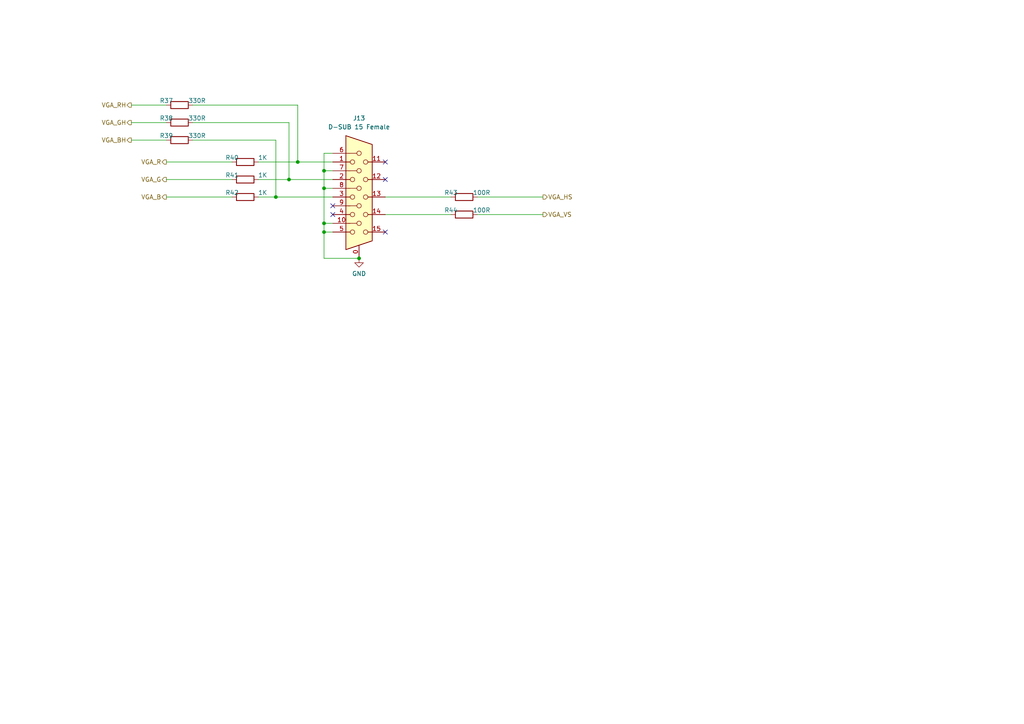
<source format=kicad_sch>
(kicad_sch (version 20250114) (generator "eeschema") (generator_version "9.0")
  (paper "A4")
  (title_block (title "FRANK M1") (date "2025-03-26") (rev "1.16") (company "Mikhail Matveev") (comment 1 "https://github.com/xtremespb/frank"))
  (lib_symbols
    (symbol "Device:R" (pin_numbers (hide yes)) (pin_names (offset 0))
      (property "Reference" "R" (at 2.032 0 90))
      (property "Value" "R" (at 0 0 90))
      (symbol "R_0_1"
        (rectangle (start -1.016 -2.54) (end 1.016 2.54) (stroke (width 0.254)))
      )
      (symbol "R_1_1"
        (pin passive line (at 0 3.81 270) (length 1.27) (name "~") (number "1"))
        (pin passive line (at 0 -3.81 90) (length 1.27) (name "~") (number "2"))
      )
    )
    (symbol "FRANK:VGA" (pin_names (offset 1.016) (hide yes))
      (property "Reference" "VGA1" (at 0 22.86 0))
      (property "Value" "VGA" (at 0 20.32 0))
      (symbol "VGA_0_1"
        (polyline (pts (xy -3.81 17.78) (xy -3.81 -15.24) (xy 3.81 -12.7) (xy 3.81 15.24) (xy -3.81 17.78)) (stroke (width 0.254)) (fill (type background)))
        (polyline (pts (xy -3.175 7.62) (xy -0.635 7.62)))
        (circle (center -1.905 10.16) (radius 0.635))
        (circle (center -1.905 5.08) (radius 0.635))
        (circle (center -1.905 0) (radius 0.635))
        (circle (center -1.905 -5.08) (radius 0.635))
        (circle (center -1.905 -10.16) (radius 0.635))
        (polyline (pts (xy -0.635 12.7) (xy -3.175 12.7)))
        (polyline (pts (xy -0.635 2.54) (xy -3.175 2.54)))
        (polyline (pts (xy -0.635 -2.54) (xy -3.175 -2.54)))
        (polyline (pts (xy -0.635 -7.62) (xy -3.175 -7.62)))
        (circle (center 0 12.7) (radius 0.635))
        (circle (center 0 7.62) (radius 0.635))
        (circle (center 0 2.54) (radius 0.635))
        (circle (center 0 -2.54) (radius 0.635))
        (circle (center 0 -7.62) (radius 0.635))
        (circle (center 1.905 10.16) (radius 0.635))
        (circle (center 1.905 5.08) (radius 0.635))
        (circle (center 1.905 0) (radius 0.635))
        (circle (center 1.905 -5.08) (radius 0.635))
        (circle (center 1.905 -10.16) (radius 0.635))
      )
      (symbol "VGA_1_1"
        (pin passive line (at -7.62 12.7 0) (length 5.08) (name "~") (number "6"))
        (pin passive line (at -7.62 10.16 0) (length 5.08) (name "~") (number "1"))
        (pin passive line (at -7.62 7.62 0) (length 5.08) (name "~") (number "7"))
        (pin passive line (at -7.62 5.08 0) (length 5.08) (name "~") (number "2"))
        (pin passive line (at -7.62 2.54 0) (length 5.08) (name "~") (number "8"))
        (pin passive line (at -7.62 0 0) (length 5.08) (name "~") (number "3"))
        (pin passive line (at -7.62 -2.54 0) (length 5.08) (name "~") (number "9"))
        (pin passive line (at -7.62 -5.08 0) (length 5.08) (name "~") (number "4"))
        (pin passive line (at -7.62 -7.62 0) (length 5.08) (name "~") (number "10"))
        (pin passive line (at -7.62 -10.16 0) (length 5.08) (name "~") (number "5"))
        (pin passive line (at 0 -17.78 90) (length 3.81) (name "~") (number "0"))
        (pin passive line (at 7.62 10.16 180) (length 5.08) (name "~") (number "11"))
        (pin passive line (at 7.62 5.08 180) (length 5.08) (name "~") (number "12"))
        (pin passive line (at 7.62 0 180) (length 5.08) (name "~") (number "13"))
        (pin passive line (at 7.62 -5.08 180) (length 5.08) (name "~") (number "14"))
        (pin passive line (at 7.62 -10.16 180) (length 5.08) (name "~") (number "15"))
      )
    )
    (symbol "power:GND" (power) (pin_numbers (hide yes)) (pin_names (offset 0) (hide yes))
      (property "Value" "GND" (at 0 -3.81 0))
      (symbol "GND_0_1"
        (polyline (pts (xy 0 0) (xy 0 -1.27) (xy 1.27 -1.27) (xy 0 -2.54) (xy -1.27 -1.27) (xy 0 -1.27)))
      )
      (symbol "GND_1_1"
        (pin power_in line (at 0 0 270) (length 0) (name "~") (number "1"))
      )
    )
  )
  (junction (at 83.82 52.07))
  (junction (at 104.14 74.93))
  (junction (at 93.98 54.61))
  (junction (at 93.98 64.77))
  (junction (at 93.98 49.53))
  (junction (at 86.36 46.99))
  (junction (at 93.98 67.31))
  (junction (at 80.01 57.15))
  (no_connect (at 96.52 62.23))
  (no_connect (at 111.76 46.99))
  (no_connect (at 111.76 52.07))
  (no_connect (at 96.52 59.69))
  (no_connect (at 111.76 67.31))
  (wire (pts (xy 111.76 57.15) (xy 130.81 57.15)))
  (wire (pts (xy 104.14 74.93) (xy 93.98 74.93)))
  (wire (pts (xy 48.26 57.15) (xy 67.31 57.15)))
  (wire (pts (xy 55.88 35.56) (xy 83.82 35.56)))
  (wire (pts (xy 48.26 52.07) (xy 67.31 52.07)))
  (wire (pts (xy 111.76 62.23) (xy 130.81 62.23)))
  (wire (pts (xy 38.1 40.64) (xy 48.26 40.64)))
  (wire (pts (xy 83.82 35.56) (xy 83.82 52.07)))
  (wire (pts (xy 93.98 64.77) (xy 93.98 54.61)))
  (wire (pts (xy 93.98 74.93) (xy 93.98 67.31)))
  (wire (pts (xy 74.93 52.07) (xy 83.82 52.07)))
  (wire (pts (xy 93.98 54.61) (xy 96.52 54.61)))
  (wire (pts (xy 138.43 57.15) (xy 157.48 57.15)))
  (wire (pts (xy 93.98 67.31) (xy 96.52 67.31)))
  (wire (pts (xy 74.93 46.99) (xy 86.36 46.99)))
  (wire (pts (xy 93.98 67.31) (xy 93.98 64.77)))
  (wire (pts (xy 74.93 57.15) (xy 80.01 57.15)))
  (wire (pts (xy 93.98 49.53) (xy 96.52 49.53)))
  (wire (pts (xy 55.88 40.64) (xy 80.01 40.64)))
  (wire (pts (xy 80.01 57.15) (xy 96.52 57.15)))
  (wire (pts (xy 48.26 46.99) (xy 67.31 46.99)))
  (wire (pts (xy 55.88 30.48) (xy 86.36 30.48)))
  (wire (pts (xy 93.98 64.77) (xy 96.52 64.77)))
  (wire (pts (xy 93.98 49.53) (xy 93.98 44.45)))
  (wire (pts (xy 93.98 54.61) (xy 93.98 49.53)))
  (wire (pts (xy 93.98 44.45) (xy 96.52 44.45)))
  (wire (pts (xy 86.36 30.48) (xy 86.36 46.99)))
  (wire (pts (xy 86.36 46.99) (xy 96.52 46.99)))
  (wire (pts (xy 38.1 35.56) (xy 48.26 35.56)))
  (wire (pts (xy 83.82 52.07) (xy 96.52 52.07)))
  (wire (pts (xy 138.43 62.23) (xy 157.48 62.23)))
  (wire (pts (xy 80.01 40.64) (xy 80.01 57.15)))
  (wire (pts (xy 38.1 30.48) (xy 48.26 30.48)))
  (hierarchical_label "VGA_RH" (shape output) (at 38.1 30.48 180))
  (hierarchical_label "VGA_GH" (shape output) (at 38.1 35.56 180))
  (hierarchical_label "VGA_BH" (shape output) (at 38.1 40.64 180))
  (hierarchical_label "VGA_R" (shape output) (at 48.26 46.99 180))
  (hierarchical_label "VGA_B" (shape output) (at 48.26 57.15 180))
  (hierarchical_label "VGA_HS" (shape output) (at 157.48 57.15 0))
  (hierarchical_label "VGA_G" (shape output) (at 48.26 52.07 180))
  (hierarchical_label "VGA_VS" (shape output) (at 157.48 62.23 0))
  (symbol (lib_id "Device:R") (at 52.07 40.64 90) (unit 1)
    (property "Reference" "R39" (at 48.26 39.37 90))
    (property "Value" "330R" (at 57.15 39.37 90))
    (property "Footprint" "FRANK:Resistor (0805)" (effects (hide yes)))
    (property "Datasheet" "https://www.vishay.com/docs/28952/mcs0402at-mct0603at-mcu0805at-mca1206at.pdf" (effects (hide yes)))
    (property "AliExpress" "https://www.aliexpress.com/item/1005005945735199.html" (effects (hide yes)))
  )
  (symbol (lib_id "Device:R") (at 134.62 62.23 90) (unit 1)
    (property "Reference" "R44" (at 130.81 60.96 90))
    (property "Value" "100R" (at 139.7 60.96 90))
    (property "Footprint" "FRANK:Resistor (0805)" (effects (hide yes)))
    (property "Datasheet" "https://www.vishay.com/docs/28952/mcs0402at-mct0603at-mcu0805at-mca1206at.pdf" (effects (hide yes)))
    (property "AliExpress" "https://www.aliexpress.com/item/1005005945735199.html" (effects (hide yes)))
  )
  (symbol (lib_id "FRANK:VGA") (at 104.14 57.15 0) (unit 1)
    (property "Reference" "J13" (at 104.14 34.29 0))
    (property "Value" "D-SUB 15 Female" (at 104.14 36.83 0))
    (property "Footprint" "FRANK:D-SUB (15 pin, female)" (effects (hide yes)))
    (property "Datasheet" "https://gr.mouser.com/datasheet/2/418/8/ENG_CD_2301844_H-2497630.pdf" (effects (hide yes)))
    (property "AliExpress" "https://www.aliexpress.com/item/32842951548.html" (effects (hide yes)))
  )
  (symbol (lib_id "Device:R") (at 71.12 52.07 90) (unit 1)
    (property "Reference" "R41" (at 67.31 50.8 90))
    (property "Value" "1K" (at 76.2 50.8 90))
    (property "Footprint" "FRANK:Resistor (0805)" (effects (hide yes)))
    (property "Datasheet" "https://www.vishay.com/docs/28952/mcs0402at-mct0603at-mcu0805at-mca1206at.pdf" (effects (hide yes)))
    (property "AliExpress" "https://www.aliexpress.com/item/1005005945735199.html" (effects (hide yes)))
  )
  (symbol (lib_id "power:GND") (at 104.14 74.93 0) (unit 1)
    (property "Reference" "#PWR072" (effects (hide yes)))
    (property "Value" "GND" (at 104.14 79.3734 0))
    (property "Description" "Power symbol creates a global label with name \"GND\" , ground" (effects (hide yes)))
  )
  (symbol (lib_id "Device:R") (at 71.12 46.99 90) (unit 1)
    (property "Reference" "R40" (at 67.31 45.72 90))
    (property "Value" "1K" (at 76.2 45.72 90))
    (property "Footprint" "FRANK:Resistor (0805)" (effects (hide yes)))
    (property "Datasheet" "https://www.vishay.com/docs/28952/mcs0402at-mct0603at-mcu0805at-mca1206at.pdf" (effects (hide yes)))
    (property "AliExpress" "https://www.aliexpress.com/item/1005005945735199.html" (effects (hide yes)))
  )
  (symbol (lib_id "Device:R") (at 134.62 57.15 90) (unit 1)
    (property "Reference" "R43" (at 130.81 55.88 90))
    (property "Value" "100R" (at 139.7 55.88 90))
    (property "Footprint" "FRANK:Resistor (0805)" (effects (hide yes)))
    (property "Datasheet" "https://www.vishay.com/docs/28952/mcs0402at-mct0603at-mcu0805at-mca1206at.pdf" (effects (hide yes)))
    (property "AliExpress" "https://www.aliexpress.com/item/1005005945735199.html" (effects (hide yes)))
  )
  (symbol (lib_id "Device:R") (at 52.07 35.56 90) (unit 1)
    (property "Reference" "R38" (at 48.26 34.29 90))
    (property "Value" "330R" (at 57.15 34.29 90))
    (property "Footprint" "FRANK:Resistor (0805)" (effects (hide yes)))
    (property "Datasheet" "https://www.vishay.com/docs/28952/mcs0402at-mct0603at-mcu0805at-mca1206at.pdf" (effects (hide yes)))
    (property "AliExpress" "https://www.aliexpress.com/item/1005005945735199.html" (effects (hide yes)))
  )
  (symbol (lib_id "Device:R") (at 52.07 30.48 90) (unit 1)
    (property "Reference" "R37" (at 48.26 29.21 90))
    (property "Value" "330R" (at 57.15 29.21 90))
    (property "Footprint" "FRANK:Resistor (0805)" (effects (hide yes)))
    (property "Datasheet" "https://www.vishay.com/docs/28952/mcs0402at-mct0603at-mcu0805at-mca1206at.pdf" (effects (hide yes)))
    (property "AliExpress" "https://www.aliexpress.com/item/1005005945735199.html" (effects (hide yes)))
  )
  (symbol (lib_id "Device:R") (at 71.12 57.15 90) (unit 1)
    (property "Reference" "R42" (at 67.31 55.88 90))
    (property "Value" "1K" (at 76.2 55.88 90))
    (property "Footprint" "FRANK:Resistor (0805)" (effects (hide yes)))
    (property "Datasheet" "https://www.vishay.com/docs/28952/mcs0402at-mct0603at-mcu0805at-mca1206at.pdf" (effects (hide yes)))
    (property "AliExpress" "https://www.aliexpress.com/item/1005005945735199.html" (effects (hide yes)))
  )
)
</source>
